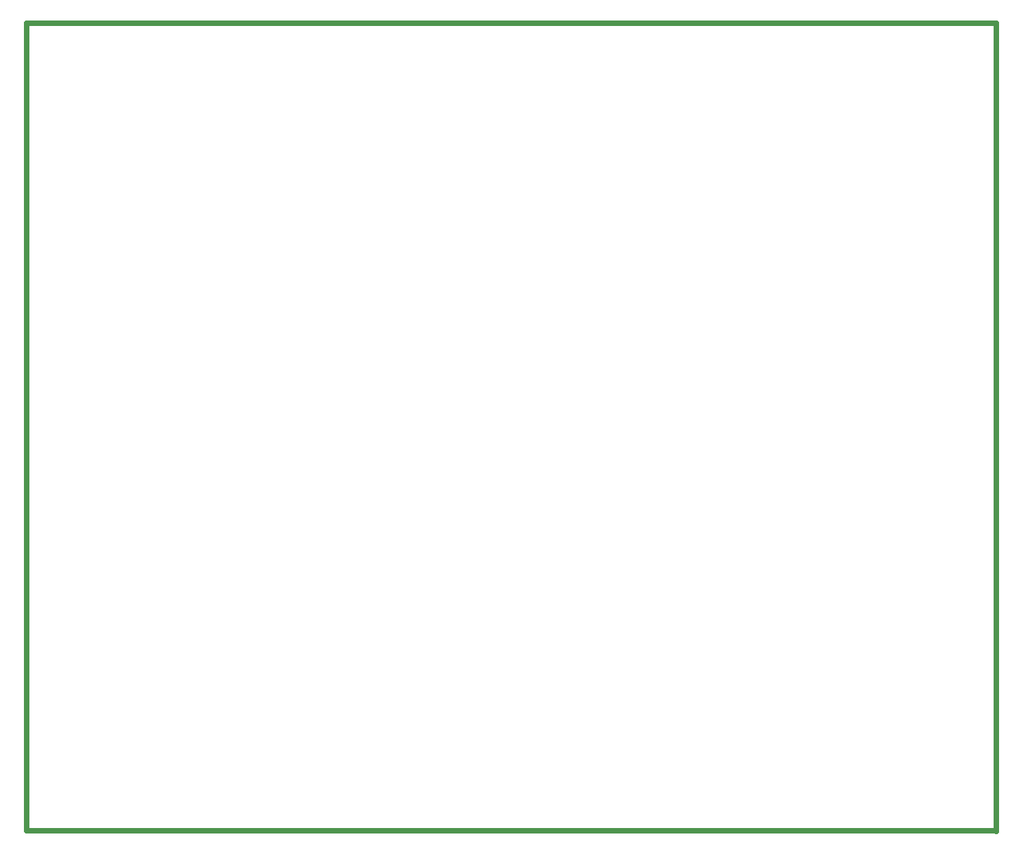
<source format=gko>
G04*
G04 #@! TF.GenerationSoftware,Altium Limited,Altium Designer,18.1.7 (191)*
G04*
G04 Layer_Color=16711935*
%FSLAX24Y24*%
%MOIN*%
G70*
G01*
G75*
%ADD25C,0.0250*%
D25*
X0Y0D02*
X27Y-27D01*
X47257D01*
X47261Y-32D01*
Y49D01*
Y39359D01*
X47263Y39361D01*
X20D02*
X47263D01*
X0Y39340D02*
X20Y39361D01*
X0Y0D02*
Y39340D01*
M02*

</source>
